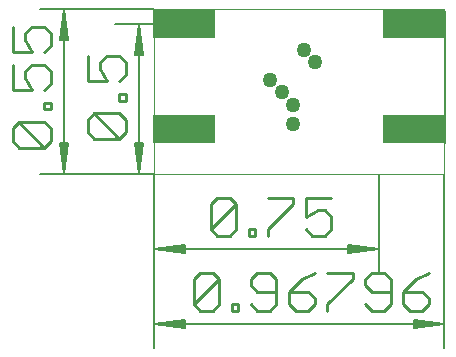
<source format=gbs>
G75*
G70*
%OFA0B0*%
%FSLAX24Y24*%
%IPPOS*%
%LPD*%
%AMOC8*
5,1,8,0,0,1.08239X$1,22.5*
%
%ADD10C,0.0000*%
%ADD11C,0.0051*%
%ADD12C,0.0110*%
%ADD13R,0.2080X0.0980*%
%ADD14C,0.0500*%
D10*
X005331Y005913D02*
X005331Y011408D01*
X015011Y011408D01*
X015011Y005913D01*
X005331Y005913D01*
X005331Y006963D02*
X005331Y011363D01*
X015018Y011363D02*
X015018Y006963D01*
D11*
X005331Y005913D02*
X005331Y000126D01*
X005331Y000913D02*
X006355Y000787D01*
X006355Y001039D01*
X005331Y000913D01*
X006355Y000811D01*
X006355Y000862D02*
X005331Y000913D01*
X006355Y001015D01*
X006355Y000964D02*
X005331Y000913D01*
X015011Y000913D01*
X013987Y000811D01*
X013987Y000787D02*
X015011Y000913D01*
X013987Y001015D01*
X013987Y001039D02*
X013987Y000787D01*
X013987Y000862D02*
X015011Y000913D01*
X013987Y000964D01*
X013987Y001039D02*
X015011Y000913D01*
X015011Y000126D02*
X015011Y005913D01*
X012831Y005913D02*
X012831Y002626D01*
X012831Y003413D02*
X011807Y003311D01*
X011807Y003287D02*
X012831Y003413D01*
X011807Y003515D01*
X011807Y003539D02*
X011807Y003287D01*
X011807Y003362D02*
X012831Y003413D01*
X011807Y003464D01*
X011807Y003539D02*
X012831Y003413D01*
X005331Y003413D01*
X006355Y003311D01*
X006355Y003287D02*
X005331Y003413D01*
X006355Y003515D01*
X006355Y003539D02*
X006355Y003287D01*
X006355Y003362D02*
X005331Y003413D01*
X006355Y003464D01*
X006355Y003539D02*
X005331Y003413D01*
X005331Y002626D02*
X005331Y005913D01*
X001544Y005913D01*
X002331Y005913D02*
X002433Y006937D01*
X002457Y006937D02*
X002205Y006937D01*
X002331Y005913D01*
X002229Y006937D01*
X002280Y006937D02*
X002331Y005913D01*
X002382Y006937D01*
X002457Y006937D02*
X002331Y005913D01*
X002331Y011413D01*
X002433Y010389D01*
X002457Y010389D02*
X002205Y010389D01*
X002331Y011413D01*
X002229Y010389D01*
X002280Y010389D02*
X002331Y011413D01*
X002382Y010389D01*
X002457Y010389D02*
X002331Y011413D01*
X001544Y011413D02*
X005331Y011413D01*
X005331Y010913D02*
X004044Y010913D01*
X004831Y010913D02*
X004933Y009889D01*
X004957Y009889D02*
X004831Y010913D01*
X004729Y009889D01*
X004705Y009889D02*
X004957Y009889D01*
X004882Y009889D02*
X004831Y010913D01*
X004780Y009889D01*
X004705Y009889D02*
X004831Y010913D01*
X004831Y005913D01*
X004933Y006937D01*
X004957Y006937D02*
X004831Y005913D01*
X004729Y006937D01*
X004705Y006937D02*
X004957Y006937D01*
X004882Y006937D02*
X004831Y005913D01*
X004780Y006937D01*
X004705Y006937D02*
X004831Y005913D01*
X005331Y005913D02*
X004044Y005913D01*
D12*
X004171Y007097D02*
X003325Y007097D01*
X003113Y007309D01*
X003113Y007732D01*
X003325Y007944D01*
X004171Y007097D01*
X004382Y007309D01*
X004382Y007732D01*
X004171Y007944D01*
X003325Y007944D01*
X004171Y008366D02*
X004171Y008578D01*
X004382Y008578D01*
X004382Y008366D01*
X004171Y008366D01*
X004171Y009001D02*
X004382Y009212D01*
X004382Y009635D01*
X004171Y009847D01*
X003748Y009847D01*
X003536Y009635D01*
X003536Y009424D01*
X003748Y009001D01*
X003113Y009001D01*
X003113Y009847D01*
X001882Y010183D02*
X001671Y009971D01*
X001882Y010183D02*
X001882Y010606D01*
X001671Y010817D01*
X001248Y010817D01*
X001036Y010606D01*
X001036Y010394D01*
X001248Y009971D01*
X000613Y009971D01*
X000613Y010817D01*
X000613Y009549D02*
X000613Y008702D01*
X001248Y008702D01*
X001036Y009125D01*
X001036Y009337D01*
X001248Y009549D01*
X001671Y009549D01*
X001882Y009337D01*
X001882Y008914D01*
X001671Y008702D01*
X001671Y008280D02*
X001882Y008280D01*
X001882Y008068D01*
X001671Y008068D01*
X001671Y008280D01*
X001671Y007645D02*
X000825Y007645D01*
X001671Y006799D01*
X001882Y007011D01*
X001882Y007434D01*
X001671Y007645D01*
X000825Y007645D02*
X000613Y007434D01*
X000613Y007011D01*
X000825Y006799D01*
X001671Y006799D01*
X007217Y004919D02*
X007217Y004073D01*
X008063Y004919D01*
X008063Y004073D01*
X007852Y003862D01*
X007429Y003862D01*
X007217Y004073D01*
X008486Y004073D02*
X008486Y003862D01*
X008698Y003862D01*
X008698Y004073D01*
X008486Y004073D01*
X009120Y004073D02*
X009120Y003862D01*
X009120Y004073D02*
X009966Y004919D01*
X009966Y005131D01*
X009120Y005131D01*
X008063Y004919D02*
X007852Y005131D01*
X007429Y005131D01*
X007217Y004919D01*
X010389Y005131D02*
X010389Y004496D01*
X010812Y004708D01*
X011024Y004708D01*
X011235Y004496D01*
X011235Y004073D01*
X011024Y003862D01*
X010601Y003862D01*
X010389Y004073D01*
X010389Y005131D02*
X011235Y005131D01*
X011103Y002631D02*
X011949Y002631D01*
X011949Y002419D01*
X011103Y001573D01*
X011103Y001362D01*
X010680Y001573D02*
X010680Y001785D01*
X010469Y001996D01*
X009834Y001996D01*
X009834Y001573D01*
X010046Y001362D01*
X010469Y001362D01*
X010680Y001573D01*
X010257Y002419D02*
X009834Y001996D01*
X009412Y001996D02*
X008777Y001996D01*
X008566Y002208D01*
X008566Y002419D01*
X008777Y002631D01*
X009200Y002631D01*
X009412Y002419D01*
X009412Y001573D01*
X009200Y001362D01*
X008777Y001362D01*
X008566Y001573D01*
X008143Y001573D02*
X008143Y001362D01*
X007931Y001362D01*
X007931Y001573D01*
X008143Y001573D01*
X007508Y001573D02*
X007297Y001362D01*
X006874Y001362D01*
X006662Y001573D01*
X007508Y002419D01*
X007508Y001573D01*
X006662Y001573D02*
X006662Y002419D01*
X006874Y002631D01*
X007297Y002631D01*
X007508Y002419D01*
X010257Y002419D02*
X010680Y002631D01*
X012372Y002419D02*
X012372Y002208D01*
X012584Y001996D01*
X013218Y001996D01*
X013641Y001996D02*
X014275Y001996D01*
X014487Y001785D01*
X014487Y001573D01*
X014275Y001362D01*
X013852Y001362D01*
X013641Y001573D01*
X013641Y001996D01*
X014064Y002419D01*
X014487Y002631D01*
X013218Y002419D02*
X013007Y002631D01*
X012584Y002631D01*
X012372Y002419D01*
X013218Y002419D02*
X013218Y001573D01*
X013007Y001362D01*
X012584Y001362D01*
X012372Y001573D01*
D13*
X014008Y007423D03*
X014008Y010903D03*
X006341Y010903D03*
X006341Y007423D03*
D14*
X006331Y007288D03*
X005706Y007288D03*
X009206Y009038D03*
X009581Y008663D03*
X009956Y008225D03*
X009956Y007600D03*
X010706Y009663D03*
X010331Y010038D03*
X014018Y010913D03*
X014643Y010913D03*
X014643Y007413D03*
X014018Y007413D03*
X006331Y010913D03*
X005768Y010913D03*
M02*

</source>
